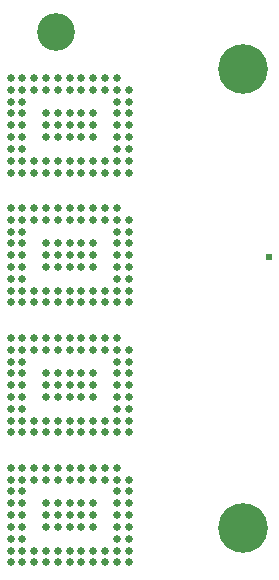
<source format=gbr>
G04*
G04 #@! TF.GenerationSoftware,Altium Limited,Altium Designer,24.9.1 (31)*
G04*
G04 Layer_Color=16711935*
%FSLAX44Y44*%
%MOMM*%
G71*
G04*
G04 #@! TF.SameCoordinates,F6C7D1B7-5E70-41A8-93A8-01C2B61895AE*
G04*
G04*
G04 #@! TF.FilePolarity,Negative*
G04*
G01*
G75*
%ADD44C,4.2032*%
%ADD45C,0.6032*%
%ADD60C,0.6532*%
%ADD61C,3.2032*%
D44*
X215000Y439000D02*
D03*
Y50000D02*
D03*
D45*
X237084Y279702D02*
D03*
D60*
X28300Y101300D02*
D03*
X18300Y321300D02*
D03*
X118300Y311300D02*
D03*
X108300Y301300D02*
D03*
X88300Y291300D02*
D03*
X78300D02*
D03*
X68300D02*
D03*
X58300D02*
D03*
X48300D02*
D03*
X88300Y281300D02*
D03*
X78300D02*
D03*
X68300D02*
D03*
X58300D02*
D03*
X48300D02*
D03*
X108300Y271300D02*
D03*
X88300D02*
D03*
X78300D02*
D03*
X68300D02*
D03*
X58300D02*
D03*
X48300D02*
D03*
X108300Y261300D02*
D03*
Y251300D02*
D03*
X98300D02*
D03*
X78300D02*
D03*
X118300Y241300D02*
D03*
X88300D02*
D03*
X78300D02*
D03*
X18300D02*
D03*
Y351300D02*
D03*
X78300D02*
D03*
X88300D02*
D03*
X118300D02*
D03*
X78300Y361300D02*
D03*
X98300D02*
D03*
X108300D02*
D03*
Y371300D02*
D03*
X48300Y381300D02*
D03*
X58300D02*
D03*
X68300D02*
D03*
X78300D02*
D03*
X88300D02*
D03*
X108300D02*
D03*
X48300Y391300D02*
D03*
X58300D02*
D03*
X68300D02*
D03*
X78300D02*
D03*
X88300D02*
D03*
X48300Y401300D02*
D03*
X58300D02*
D03*
X68300D02*
D03*
X78300D02*
D03*
X88300D02*
D03*
X108300Y411300D02*
D03*
X118300Y421300D02*
D03*
X18300Y431300D02*
D03*
Y21300D02*
D03*
X78300D02*
D03*
X88300D02*
D03*
X118300D02*
D03*
X78300Y31300D02*
D03*
X98300D02*
D03*
X108300D02*
D03*
Y41300D02*
D03*
X48300Y51300D02*
D03*
X58300D02*
D03*
X68300D02*
D03*
X78300D02*
D03*
X88300D02*
D03*
X108300D02*
D03*
X48300Y61300D02*
D03*
X58300D02*
D03*
X68300D02*
D03*
X78300D02*
D03*
X88300D02*
D03*
X48300Y71300D02*
D03*
X58300D02*
D03*
X68300D02*
D03*
X78300D02*
D03*
X88300D02*
D03*
X108300Y81300D02*
D03*
X118300Y91300D02*
D03*
X18300Y101300D02*
D03*
Y211300D02*
D03*
X118300Y201300D02*
D03*
X108300Y191300D02*
D03*
X88300Y181300D02*
D03*
X78300D02*
D03*
X68300D02*
D03*
X58300D02*
D03*
X48300D02*
D03*
X88300Y171300D02*
D03*
X78300D02*
D03*
X68300D02*
D03*
X58300D02*
D03*
X48300D02*
D03*
X108300Y161300D02*
D03*
X88300D02*
D03*
X78300D02*
D03*
X68300D02*
D03*
X58300D02*
D03*
X48300D02*
D03*
X108300Y151300D02*
D03*
Y141300D02*
D03*
X98300D02*
D03*
X78300D02*
D03*
X118300Y131300D02*
D03*
X88300D02*
D03*
X78300D02*
D03*
X18300D02*
D03*
X108300Y321300D02*
D03*
X98300Y311300D02*
D03*
X38300D02*
D03*
X18300D02*
D03*
X118300Y271300D02*
D03*
X58300Y251300D02*
D03*
X18300D02*
D03*
X28300Y241300D02*
D03*
Y351300D02*
D03*
X18300Y361300D02*
D03*
X58300D02*
D03*
X118300Y381300D02*
D03*
X18300Y421300D02*
D03*
X38300D02*
D03*
X98300D02*
D03*
X108300Y431300D02*
D03*
X28300Y21300D02*
D03*
X18300Y31300D02*
D03*
X58300D02*
D03*
X118300Y51300D02*
D03*
X18300Y91300D02*
D03*
X38300D02*
D03*
X98300D02*
D03*
X108300Y101300D02*
D03*
Y211300D02*
D03*
X98300Y201300D02*
D03*
X38300D02*
D03*
X18300D02*
D03*
X118300Y161300D02*
D03*
X58300Y141300D02*
D03*
X18300D02*
D03*
X28300Y131300D02*
D03*
X118300Y71300D02*
D03*
Y181300D02*
D03*
X108300Y311300D02*
D03*
X28300D02*
D03*
X118300Y251300D02*
D03*
X88300D02*
D03*
X48300D02*
D03*
X38300D02*
D03*
Y361300D02*
D03*
X48300D02*
D03*
X88300D02*
D03*
X118300D02*
D03*
X28300Y421300D02*
D03*
X108300D02*
D03*
X38300Y31300D02*
D03*
X48300D02*
D03*
X88300D02*
D03*
X118300D02*
D03*
X28300Y91300D02*
D03*
X108300D02*
D03*
Y201300D02*
D03*
X28300D02*
D03*
X118300Y141300D02*
D03*
X88300D02*
D03*
X48300D02*
D03*
X38300D02*
D03*
X118300Y291300D02*
D03*
Y401300D02*
D03*
X28300Y211300D02*
D03*
Y321300D02*
D03*
Y431300D02*
D03*
X98300D02*
D03*
X88300D02*
D03*
X78300D02*
D03*
X68300D02*
D03*
X58300D02*
D03*
X48300D02*
D03*
X38300D02*
D03*
X88300Y421300D02*
D03*
X78300D02*
D03*
X68300D02*
D03*
X58300D02*
D03*
X48300D02*
D03*
X118300Y411300D02*
D03*
X28300D02*
D03*
X18300D02*
D03*
X108300Y401300D02*
D03*
X28300D02*
D03*
X18300D02*
D03*
X118300Y391300D02*
D03*
X108300D02*
D03*
X28300D02*
D03*
X18300D02*
D03*
X28300Y381300D02*
D03*
X18300D02*
D03*
X118300Y371300D02*
D03*
X28300D02*
D03*
X18300D02*
D03*
X68300Y361300D02*
D03*
X28300D02*
D03*
X108300Y351300D02*
D03*
X98300D02*
D03*
X68300D02*
D03*
X58300D02*
D03*
X48300D02*
D03*
X38300D02*
D03*
X98300Y101300D02*
D03*
X88300D02*
D03*
X78300D02*
D03*
X68300D02*
D03*
X58300D02*
D03*
X48300D02*
D03*
X38300D02*
D03*
X88300Y91300D02*
D03*
X78300D02*
D03*
X68300D02*
D03*
X58300D02*
D03*
X48300D02*
D03*
X118300Y81300D02*
D03*
X28300D02*
D03*
X18300D02*
D03*
X108300Y71300D02*
D03*
X28300D02*
D03*
X18300D02*
D03*
X118300Y61300D02*
D03*
X108300D02*
D03*
X28300D02*
D03*
X18300D02*
D03*
X28300Y51300D02*
D03*
X18300D02*
D03*
X118300Y41300D02*
D03*
X28300D02*
D03*
X18300D02*
D03*
X68300Y31300D02*
D03*
X28300D02*
D03*
X108300Y21300D02*
D03*
X98300D02*
D03*
X68300D02*
D03*
X58300D02*
D03*
X48300D02*
D03*
X38300D02*
D03*
Y131300D02*
D03*
X48300D02*
D03*
X58300D02*
D03*
X68300D02*
D03*
X98300D02*
D03*
X108300D02*
D03*
X28300Y141300D02*
D03*
X68300D02*
D03*
X18300Y151300D02*
D03*
X28300D02*
D03*
X118300D02*
D03*
X18300Y161300D02*
D03*
X28300D02*
D03*
X18300Y171300D02*
D03*
X28300D02*
D03*
X108300D02*
D03*
X118300D02*
D03*
X18300Y181300D02*
D03*
X28300D02*
D03*
X108300D02*
D03*
X18300Y191300D02*
D03*
X28300D02*
D03*
X118300D02*
D03*
X48300Y201300D02*
D03*
X58300D02*
D03*
X68300D02*
D03*
X78300D02*
D03*
X88300D02*
D03*
X38300Y211300D02*
D03*
X48300D02*
D03*
X58300D02*
D03*
X68300D02*
D03*
X78300D02*
D03*
X88300D02*
D03*
X98300D02*
D03*
X38300Y241300D02*
D03*
X48300D02*
D03*
X58300D02*
D03*
X68300D02*
D03*
X98300D02*
D03*
X108300D02*
D03*
X28300Y251300D02*
D03*
X68300D02*
D03*
X18300Y261300D02*
D03*
X28300D02*
D03*
X118300D02*
D03*
X18300Y271300D02*
D03*
X28300D02*
D03*
X18300Y281300D02*
D03*
X28300D02*
D03*
X108300D02*
D03*
X118300D02*
D03*
X18300Y291300D02*
D03*
X28300D02*
D03*
X108300D02*
D03*
X18300Y301300D02*
D03*
X28300D02*
D03*
X118300D02*
D03*
X48300Y311300D02*
D03*
X58300D02*
D03*
X68300D02*
D03*
X78300D02*
D03*
X88300D02*
D03*
X38300Y321300D02*
D03*
X48300D02*
D03*
X58300D02*
D03*
X68300D02*
D03*
X78300D02*
D03*
X88300D02*
D03*
X98300D02*
D03*
D61*
X57000Y470000D02*
D03*
M02*

</source>
